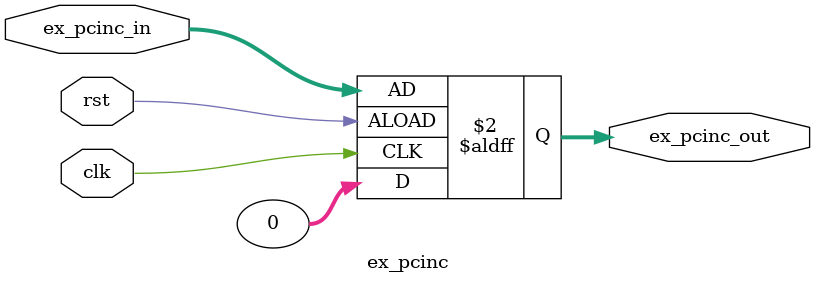
<source format=sv>
module ex_pcinc(
    input logic clk,
    input logic rst,
    input logic [31:0] ex_pcinc_in = 32'b0, 
    output logic [31:0] ex_pcinc_out
     
);

    always_ff @(posedge clk or negedge rst) begin
        if (rst) begin
            ex_pcinc_out <= 32'b0; 
        end else begin
            ex_pcinc_out <= ex_pcinc_in; 
        end
    end
endmodule
</source>
